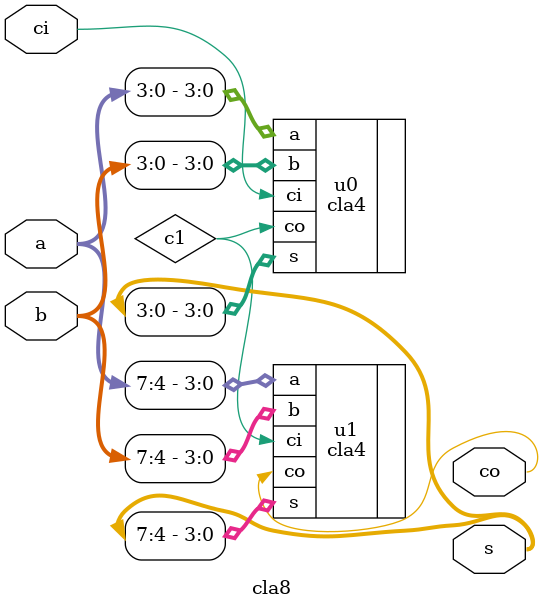
<source format=v>
module cla8(a,b,ci,s,co); // module name is cla8

// inc ==0 or inc ==1 calculate result value 

	input[7:0]  a,b; // 8bit input
	input ci;// 1bit input
	
	output [7:0] s;// 8bit output
	output co; // 1bit output
	
	wire c1;// 1bit wire
	
	// use cla4 module instance name u0 u1
	cla4 u0 (.a(a[3:0]), .b(b[3:0]), .ci(ci), .s(s[3:0]), .co(c1));
	cla4 u1 (.a(a[7:4]), .b(b[7:4]), .ci(c1), .s(s[7:4]), .co(co));
	
	
endmodule


</source>
